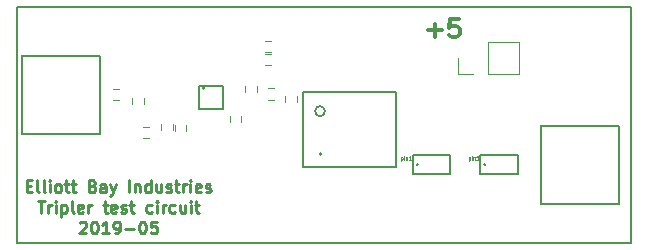
<source format=gto>
G04 #@! TF.GenerationSoftware,KiCad,Pcbnew,(5.0.1)-4*
G04 #@! TF.CreationDate,2019-05-20T12:59:15-07:00*
G04 #@! TF.ProjectId,Tripler_circuit,547269706C65725F636972637569742E,rev?*
G04 #@! TF.SameCoordinates,Original*
G04 #@! TF.FileFunction,Legend,Top*
G04 #@! TF.FilePolarity,Positive*
%FSLAX46Y46*%
G04 Gerber Fmt 4.6, Leading zero omitted, Abs format (unit mm)*
G04 Created by KiCad (PCBNEW (5.0.1)-4) date 5/20/2019 12:59:15 PM*
%MOMM*%
%LPD*%
G01*
G04 APERTURE LIST*
%ADD10C,0.300000*%
%ADD11C,0.250000*%
%ADD12C,0.200000*%
%ADD13C,0.120000*%
%ADD14C,0.150000*%
%ADD15C,0.050000*%
G04 APERTURE END LIST*
D10*
X134864285Y-84007142D02*
X136007142Y-84007142D01*
X135435714Y-84578571D02*
X135435714Y-83435714D01*
X137435714Y-83078571D02*
X136721428Y-83078571D01*
X136650000Y-83792857D01*
X136721428Y-83721428D01*
X136864285Y-83650000D01*
X137221428Y-83650000D01*
X137364285Y-83721428D01*
X137435714Y-83792857D01*
X137507142Y-83935714D01*
X137507142Y-84292857D01*
X137435714Y-84435714D01*
X137364285Y-84507142D01*
X137221428Y-84578571D01*
X136864285Y-84578571D01*
X136721428Y-84507142D01*
X136650000Y-84435714D01*
D11*
X100863095Y-97178571D02*
X101196428Y-97178571D01*
X101339285Y-97702380D02*
X100863095Y-97702380D01*
X100863095Y-96702380D01*
X101339285Y-96702380D01*
X101910714Y-97702380D02*
X101815476Y-97654761D01*
X101767857Y-97559523D01*
X101767857Y-96702380D01*
X102434523Y-97702380D02*
X102339285Y-97654761D01*
X102291666Y-97559523D01*
X102291666Y-96702380D01*
X102815476Y-97702380D02*
X102815476Y-97035714D01*
X102815476Y-96702380D02*
X102767857Y-96750000D01*
X102815476Y-96797619D01*
X102863095Y-96750000D01*
X102815476Y-96702380D01*
X102815476Y-96797619D01*
X103434523Y-97702380D02*
X103339285Y-97654761D01*
X103291666Y-97607142D01*
X103244047Y-97511904D01*
X103244047Y-97226190D01*
X103291666Y-97130952D01*
X103339285Y-97083333D01*
X103434523Y-97035714D01*
X103577380Y-97035714D01*
X103672619Y-97083333D01*
X103720238Y-97130952D01*
X103767857Y-97226190D01*
X103767857Y-97511904D01*
X103720238Y-97607142D01*
X103672619Y-97654761D01*
X103577380Y-97702380D01*
X103434523Y-97702380D01*
X104053571Y-97035714D02*
X104434523Y-97035714D01*
X104196428Y-96702380D02*
X104196428Y-97559523D01*
X104244047Y-97654761D01*
X104339285Y-97702380D01*
X104434523Y-97702380D01*
X104625000Y-97035714D02*
X105005952Y-97035714D01*
X104767857Y-96702380D02*
X104767857Y-97559523D01*
X104815476Y-97654761D01*
X104910714Y-97702380D01*
X105005952Y-97702380D01*
X106434523Y-97178571D02*
X106577380Y-97226190D01*
X106625000Y-97273809D01*
X106672619Y-97369047D01*
X106672619Y-97511904D01*
X106625000Y-97607142D01*
X106577380Y-97654761D01*
X106482142Y-97702380D01*
X106101190Y-97702380D01*
X106101190Y-96702380D01*
X106434523Y-96702380D01*
X106529761Y-96750000D01*
X106577380Y-96797619D01*
X106625000Y-96892857D01*
X106625000Y-96988095D01*
X106577380Y-97083333D01*
X106529761Y-97130952D01*
X106434523Y-97178571D01*
X106101190Y-97178571D01*
X107529761Y-97702380D02*
X107529761Y-97178571D01*
X107482142Y-97083333D01*
X107386904Y-97035714D01*
X107196428Y-97035714D01*
X107101190Y-97083333D01*
X107529761Y-97654761D02*
X107434523Y-97702380D01*
X107196428Y-97702380D01*
X107101190Y-97654761D01*
X107053571Y-97559523D01*
X107053571Y-97464285D01*
X107101190Y-97369047D01*
X107196428Y-97321428D01*
X107434523Y-97321428D01*
X107529761Y-97273809D01*
X107910714Y-97035714D02*
X108148809Y-97702380D01*
X108386904Y-97035714D02*
X108148809Y-97702380D01*
X108053571Y-97940476D01*
X108005952Y-97988095D01*
X107910714Y-98035714D01*
X109529761Y-97702380D02*
X109529761Y-96702380D01*
X110005952Y-97035714D02*
X110005952Y-97702380D01*
X110005952Y-97130952D02*
X110053571Y-97083333D01*
X110148809Y-97035714D01*
X110291666Y-97035714D01*
X110386904Y-97083333D01*
X110434523Y-97178571D01*
X110434523Y-97702380D01*
X111339285Y-97702380D02*
X111339285Y-96702380D01*
X111339285Y-97654761D02*
X111244047Y-97702380D01*
X111053571Y-97702380D01*
X110958333Y-97654761D01*
X110910714Y-97607142D01*
X110863095Y-97511904D01*
X110863095Y-97226190D01*
X110910714Y-97130952D01*
X110958333Y-97083333D01*
X111053571Y-97035714D01*
X111244047Y-97035714D01*
X111339285Y-97083333D01*
X112244047Y-97035714D02*
X112244047Y-97702380D01*
X111815476Y-97035714D02*
X111815476Y-97559523D01*
X111863095Y-97654761D01*
X111958333Y-97702380D01*
X112101190Y-97702380D01*
X112196428Y-97654761D01*
X112244047Y-97607142D01*
X112672619Y-97654761D02*
X112767857Y-97702380D01*
X112958333Y-97702380D01*
X113053571Y-97654761D01*
X113101190Y-97559523D01*
X113101190Y-97511904D01*
X113053571Y-97416666D01*
X112958333Y-97369047D01*
X112815476Y-97369047D01*
X112720238Y-97321428D01*
X112672619Y-97226190D01*
X112672619Y-97178571D01*
X112720238Y-97083333D01*
X112815476Y-97035714D01*
X112958333Y-97035714D01*
X113053571Y-97083333D01*
X113386904Y-97035714D02*
X113767857Y-97035714D01*
X113529761Y-96702380D02*
X113529761Y-97559523D01*
X113577380Y-97654761D01*
X113672619Y-97702380D01*
X113767857Y-97702380D01*
X114101190Y-97702380D02*
X114101190Y-97035714D01*
X114101190Y-97226190D02*
X114148809Y-97130952D01*
X114196428Y-97083333D01*
X114291666Y-97035714D01*
X114386904Y-97035714D01*
X114720238Y-97702380D02*
X114720238Y-97035714D01*
X114720238Y-96702380D02*
X114672619Y-96750000D01*
X114720238Y-96797619D01*
X114767857Y-96750000D01*
X114720238Y-96702380D01*
X114720238Y-96797619D01*
X115577380Y-97654761D02*
X115482142Y-97702380D01*
X115291666Y-97702380D01*
X115196428Y-97654761D01*
X115148809Y-97559523D01*
X115148809Y-97178571D01*
X115196428Y-97083333D01*
X115291666Y-97035714D01*
X115482142Y-97035714D01*
X115577380Y-97083333D01*
X115625000Y-97178571D01*
X115625000Y-97273809D01*
X115148809Y-97369047D01*
X116005952Y-97654761D02*
X116101190Y-97702380D01*
X116291666Y-97702380D01*
X116386904Y-97654761D01*
X116434523Y-97559523D01*
X116434523Y-97511904D01*
X116386904Y-97416666D01*
X116291666Y-97369047D01*
X116148809Y-97369047D01*
X116053571Y-97321428D01*
X116005952Y-97226190D01*
X116005952Y-97178571D01*
X116053571Y-97083333D01*
X116148809Y-97035714D01*
X116291666Y-97035714D01*
X116386904Y-97083333D01*
X101791666Y-98452380D02*
X102363095Y-98452380D01*
X102077380Y-99452380D02*
X102077380Y-98452380D01*
X102696428Y-99452380D02*
X102696428Y-98785714D01*
X102696428Y-98976190D02*
X102744047Y-98880952D01*
X102791666Y-98833333D01*
X102886904Y-98785714D01*
X102982142Y-98785714D01*
X103315476Y-99452380D02*
X103315476Y-98785714D01*
X103315476Y-98452380D02*
X103267857Y-98500000D01*
X103315476Y-98547619D01*
X103363095Y-98500000D01*
X103315476Y-98452380D01*
X103315476Y-98547619D01*
X103791666Y-98785714D02*
X103791666Y-99785714D01*
X103791666Y-98833333D02*
X103886904Y-98785714D01*
X104077380Y-98785714D01*
X104172619Y-98833333D01*
X104220238Y-98880952D01*
X104267857Y-98976190D01*
X104267857Y-99261904D01*
X104220238Y-99357142D01*
X104172619Y-99404761D01*
X104077380Y-99452380D01*
X103886904Y-99452380D01*
X103791666Y-99404761D01*
X104839285Y-99452380D02*
X104744047Y-99404761D01*
X104696428Y-99309523D01*
X104696428Y-98452380D01*
X105601190Y-99404761D02*
X105505952Y-99452380D01*
X105315476Y-99452380D01*
X105220238Y-99404761D01*
X105172619Y-99309523D01*
X105172619Y-98928571D01*
X105220238Y-98833333D01*
X105315476Y-98785714D01*
X105505952Y-98785714D01*
X105601190Y-98833333D01*
X105648809Y-98928571D01*
X105648809Y-99023809D01*
X105172619Y-99119047D01*
X106077380Y-99452380D02*
X106077380Y-98785714D01*
X106077380Y-98976190D02*
X106125000Y-98880952D01*
X106172619Y-98833333D01*
X106267857Y-98785714D01*
X106363095Y-98785714D01*
X107315476Y-98785714D02*
X107696428Y-98785714D01*
X107458333Y-98452380D02*
X107458333Y-99309523D01*
X107505952Y-99404761D01*
X107601190Y-99452380D01*
X107696428Y-99452380D01*
X108410714Y-99404761D02*
X108315476Y-99452380D01*
X108125000Y-99452380D01*
X108029761Y-99404761D01*
X107982142Y-99309523D01*
X107982142Y-98928571D01*
X108029761Y-98833333D01*
X108125000Y-98785714D01*
X108315476Y-98785714D01*
X108410714Y-98833333D01*
X108458333Y-98928571D01*
X108458333Y-99023809D01*
X107982142Y-99119047D01*
X108839285Y-99404761D02*
X108934523Y-99452380D01*
X109125000Y-99452380D01*
X109220238Y-99404761D01*
X109267857Y-99309523D01*
X109267857Y-99261904D01*
X109220238Y-99166666D01*
X109125000Y-99119047D01*
X108982142Y-99119047D01*
X108886904Y-99071428D01*
X108839285Y-98976190D01*
X108839285Y-98928571D01*
X108886904Y-98833333D01*
X108982142Y-98785714D01*
X109125000Y-98785714D01*
X109220238Y-98833333D01*
X109553571Y-98785714D02*
X109934523Y-98785714D01*
X109696428Y-98452380D02*
X109696428Y-99309523D01*
X109744047Y-99404761D01*
X109839285Y-99452380D01*
X109934523Y-99452380D01*
X111458333Y-99404761D02*
X111363095Y-99452380D01*
X111172619Y-99452380D01*
X111077380Y-99404761D01*
X111029761Y-99357142D01*
X110982142Y-99261904D01*
X110982142Y-98976190D01*
X111029761Y-98880952D01*
X111077380Y-98833333D01*
X111172619Y-98785714D01*
X111363095Y-98785714D01*
X111458333Y-98833333D01*
X111886904Y-99452380D02*
X111886904Y-98785714D01*
X111886904Y-98452380D02*
X111839285Y-98500000D01*
X111886904Y-98547619D01*
X111934523Y-98500000D01*
X111886904Y-98452380D01*
X111886904Y-98547619D01*
X112363095Y-99452380D02*
X112363095Y-98785714D01*
X112363095Y-98976190D02*
X112410714Y-98880952D01*
X112458333Y-98833333D01*
X112553571Y-98785714D01*
X112648809Y-98785714D01*
X113410714Y-99404761D02*
X113315476Y-99452380D01*
X113125000Y-99452380D01*
X113029761Y-99404761D01*
X112982142Y-99357142D01*
X112934523Y-99261904D01*
X112934523Y-98976190D01*
X112982142Y-98880952D01*
X113029761Y-98833333D01*
X113125000Y-98785714D01*
X113315476Y-98785714D01*
X113410714Y-98833333D01*
X114267857Y-98785714D02*
X114267857Y-99452380D01*
X113839285Y-98785714D02*
X113839285Y-99309523D01*
X113886904Y-99404761D01*
X113982142Y-99452380D01*
X114125000Y-99452380D01*
X114220238Y-99404761D01*
X114267857Y-99357142D01*
X114744047Y-99452380D02*
X114744047Y-98785714D01*
X114744047Y-98452380D02*
X114696428Y-98500000D01*
X114744047Y-98547619D01*
X114791666Y-98500000D01*
X114744047Y-98452380D01*
X114744047Y-98547619D01*
X115077380Y-98785714D02*
X115458333Y-98785714D01*
X115220238Y-98452380D02*
X115220238Y-99309523D01*
X115267857Y-99404761D01*
X115363095Y-99452380D01*
X115458333Y-99452380D01*
X105339285Y-100297619D02*
X105386904Y-100250000D01*
X105482142Y-100202380D01*
X105720238Y-100202380D01*
X105815476Y-100250000D01*
X105863095Y-100297619D01*
X105910714Y-100392857D01*
X105910714Y-100488095D01*
X105863095Y-100630952D01*
X105291666Y-101202380D01*
X105910714Y-101202380D01*
X106529761Y-100202380D02*
X106625000Y-100202380D01*
X106720238Y-100250000D01*
X106767857Y-100297619D01*
X106815476Y-100392857D01*
X106863095Y-100583333D01*
X106863095Y-100821428D01*
X106815476Y-101011904D01*
X106767857Y-101107142D01*
X106720238Y-101154761D01*
X106625000Y-101202380D01*
X106529761Y-101202380D01*
X106434523Y-101154761D01*
X106386904Y-101107142D01*
X106339285Y-101011904D01*
X106291666Y-100821428D01*
X106291666Y-100583333D01*
X106339285Y-100392857D01*
X106386904Y-100297619D01*
X106434523Y-100250000D01*
X106529761Y-100202380D01*
X107815476Y-101202380D02*
X107244047Y-101202380D01*
X107529761Y-101202380D02*
X107529761Y-100202380D01*
X107434523Y-100345238D01*
X107339285Y-100440476D01*
X107244047Y-100488095D01*
X108291666Y-101202380D02*
X108482142Y-101202380D01*
X108577380Y-101154761D01*
X108625000Y-101107142D01*
X108720238Y-100964285D01*
X108767857Y-100773809D01*
X108767857Y-100392857D01*
X108720238Y-100297619D01*
X108672619Y-100250000D01*
X108577380Y-100202380D01*
X108386904Y-100202380D01*
X108291666Y-100250000D01*
X108244047Y-100297619D01*
X108196428Y-100392857D01*
X108196428Y-100630952D01*
X108244047Y-100726190D01*
X108291666Y-100773809D01*
X108386904Y-100821428D01*
X108577380Y-100821428D01*
X108672619Y-100773809D01*
X108720238Y-100726190D01*
X108767857Y-100630952D01*
X109196428Y-100821428D02*
X109958333Y-100821428D01*
X110625000Y-100202380D02*
X110720238Y-100202380D01*
X110815476Y-100250000D01*
X110863095Y-100297619D01*
X110910714Y-100392857D01*
X110958333Y-100583333D01*
X110958333Y-100821428D01*
X110910714Y-101011904D01*
X110863095Y-101107142D01*
X110815476Y-101154761D01*
X110720238Y-101202380D01*
X110625000Y-101202380D01*
X110529761Y-101154761D01*
X110482142Y-101107142D01*
X110434523Y-101011904D01*
X110386904Y-100821428D01*
X110386904Y-100583333D01*
X110434523Y-100392857D01*
X110482142Y-100297619D01*
X110529761Y-100250000D01*
X110625000Y-100202380D01*
X111863095Y-100202380D02*
X111386904Y-100202380D01*
X111339285Y-100678571D01*
X111386904Y-100630952D01*
X111482142Y-100583333D01*
X111720238Y-100583333D01*
X111815476Y-100630952D01*
X111863095Y-100678571D01*
X111910714Y-100773809D01*
X111910714Y-101011904D01*
X111863095Y-101107142D01*
X111815476Y-101154761D01*
X111720238Y-101202380D01*
X111482142Y-101202380D01*
X111386904Y-101154761D01*
X111339285Y-101107142D01*
D12*
X152000000Y-82000000D02*
X100000000Y-82000000D01*
X152000000Y-102000000D02*
X152000000Y-82000000D01*
X100000000Y-102000000D02*
X152000000Y-102000000D01*
X100000000Y-82000000D02*
X100000000Y-102000000D01*
D13*
G04 #@! TO.C,J1*
X142554000Y-87690000D02*
X142554000Y-85030000D01*
X139954000Y-87690000D02*
X142554000Y-87690000D01*
X139954000Y-85030000D02*
X142554000Y-85030000D01*
X139954000Y-87690000D02*
X139954000Y-85030000D01*
X138684000Y-87690000D02*
X137354000Y-87690000D01*
X137354000Y-87690000D02*
X137354000Y-86360000D01*
D14*
G04 #@! TO.C,U2*
X115912195Y-88900000D02*
G75*
G03X115912195Y-88900000I-92195J0D01*
G01*
X117450000Y-88700000D02*
X115450000Y-88700000D01*
X117450000Y-90700000D02*
X117450000Y-88700000D01*
X115450000Y-90700000D02*
X117450000Y-90700000D01*
X115450000Y-88700000D02*
X115450000Y-90700000D01*
G04 #@! TO.C,CON1*
X100460000Y-86130000D02*
X100460000Y-92780000D01*
X100460000Y-92780000D02*
X107040000Y-92780000D01*
X107040000Y-92780000D02*
X107040000Y-86140000D01*
X107040000Y-86140000D02*
X100440000Y-86140000D01*
G04 #@! TO.C,CON2*
X150990000Y-92070000D02*
X144390000Y-92070000D01*
X150990000Y-98710000D02*
X150990000Y-92070000D01*
X144410000Y-98710000D02*
X150990000Y-98710000D01*
X144410000Y-92060000D02*
X144410000Y-98710000D01*
G04 #@! TO.C,U1*
X132160000Y-89215000D02*
X132160000Y-95565000D01*
X132160000Y-95565000D02*
X124290000Y-95565000D01*
X124290000Y-95565000D02*
X124290000Y-89215000D01*
X124290000Y-89215000D02*
X132160000Y-89215000D01*
X126103688Y-90850000D02*
G75*
G03X126103688Y-90850000I-418688J0D01*
G01*
X125821158Y-94460000D02*
G75*
G03X125821158Y-94460000I-76158J0D01*
G01*
G04 #@! TO.C,U3*
X133530000Y-94580000D02*
X133530000Y-96180000D01*
X133530000Y-96180000D02*
X136730000Y-96180000D01*
X136730000Y-96180000D02*
X136730000Y-94580000D01*
X136730000Y-94580000D02*
X133530000Y-94580000D01*
X133992111Y-95390000D02*
G75*
G03X133992111Y-95390000I-72111J0D01*
G01*
G04 #@! TO.C,U5*
X139712111Y-95380000D02*
G75*
G03X139712111Y-95380000I-72111J0D01*
G01*
X142450000Y-94570000D02*
X139250000Y-94570000D01*
X142450000Y-96170000D02*
X142450000Y-94570000D01*
X139250000Y-96170000D02*
X142450000Y-96170000D01*
X139250000Y-94570000D02*
X139250000Y-96170000D01*
D13*
G04 #@! TO.C,R2*
X119320000Y-88700000D02*
X119320000Y-89200000D01*
X120380000Y-89200000D02*
X120380000Y-88700000D01*
G04 #@! TO.C,R3*
X123780000Y-90100000D02*
X123780000Y-89600000D01*
X122720000Y-89600000D02*
X122720000Y-90100000D01*
G04 #@! TO.C,C1*
X108175000Y-89920000D02*
X108675000Y-89920000D01*
X108675000Y-88980000D02*
X108175000Y-88980000D01*
G04 #@! TO.C,C2*
X110745000Y-90225000D02*
X110745000Y-89725000D01*
X109805000Y-89725000D02*
X109805000Y-90225000D01*
G04 #@! TO.C,C3*
X114370000Y-92500000D02*
X114370000Y-92000000D01*
X113430000Y-92000000D02*
X113430000Y-92500000D01*
G04 #@! TO.C,C4*
X118995000Y-91775000D02*
X118995000Y-91275000D01*
X118055000Y-91275000D02*
X118055000Y-91775000D01*
G04 #@! TO.C,C5*
X110700000Y-93145000D02*
X111200000Y-93145000D01*
X111200000Y-92205000D02*
X110700000Y-92205000D01*
G04 #@! TO.C,C6*
X121550000Y-86005000D02*
X121050000Y-86005000D01*
X121050000Y-86945000D02*
X121550000Y-86945000D01*
G04 #@! TO.C,C7*
X121050000Y-85870000D02*
X121550000Y-85870000D01*
X121550000Y-84930000D02*
X121050000Y-84930000D01*
G04 #@! TO.C,C8*
X121800000Y-88930000D02*
X121300000Y-88930000D01*
X121300000Y-89870000D02*
X121800000Y-89870000D01*
G04 #@! TO.C,R1*
X112195000Y-91975000D02*
X112195000Y-92475000D01*
X113255000Y-92475000D02*
X113255000Y-91975000D01*
G04 #@! TD*
G04 #@! TO.C,U3*
D15*
X132545714Y-94755714D02*
X132545714Y-95055714D01*
X132545714Y-94770000D02*
X132574285Y-94755714D01*
X132631428Y-94755714D01*
X132660000Y-94770000D01*
X132674285Y-94784285D01*
X132688571Y-94812857D01*
X132688571Y-94898571D01*
X132674285Y-94927142D01*
X132660000Y-94941428D01*
X132631428Y-94955714D01*
X132574285Y-94955714D01*
X132545714Y-94941428D01*
X132817142Y-94955714D02*
X132817142Y-94755714D01*
X132817142Y-94655714D02*
X132802857Y-94670000D01*
X132817142Y-94684285D01*
X132831428Y-94670000D01*
X132817142Y-94655714D01*
X132817142Y-94684285D01*
X132960000Y-94755714D02*
X132960000Y-94955714D01*
X132960000Y-94784285D02*
X132974285Y-94770000D01*
X133002857Y-94755714D01*
X133045714Y-94755714D01*
X133074285Y-94770000D01*
X133088571Y-94798571D01*
X133088571Y-94955714D01*
X133388571Y-94955714D02*
X133217142Y-94955714D01*
X133302857Y-94955714D02*
X133302857Y-94655714D01*
X133274285Y-94698571D01*
X133245714Y-94727142D01*
X133217142Y-94741428D01*
G04 #@! TO.C,U5*
X138265714Y-94745714D02*
X138265714Y-95045714D01*
X138265714Y-94760000D02*
X138294285Y-94745714D01*
X138351428Y-94745714D01*
X138380000Y-94760000D01*
X138394285Y-94774285D01*
X138408571Y-94802857D01*
X138408571Y-94888571D01*
X138394285Y-94917142D01*
X138380000Y-94931428D01*
X138351428Y-94945714D01*
X138294285Y-94945714D01*
X138265714Y-94931428D01*
X138537142Y-94945714D02*
X138537142Y-94745714D01*
X138537142Y-94645714D02*
X138522857Y-94660000D01*
X138537142Y-94674285D01*
X138551428Y-94660000D01*
X138537142Y-94645714D01*
X138537142Y-94674285D01*
X138680000Y-94745714D02*
X138680000Y-94945714D01*
X138680000Y-94774285D02*
X138694285Y-94760000D01*
X138722857Y-94745714D01*
X138765714Y-94745714D01*
X138794285Y-94760000D01*
X138808571Y-94788571D01*
X138808571Y-94945714D01*
X139108571Y-94945714D02*
X138937142Y-94945714D01*
X139022857Y-94945714D02*
X139022857Y-94645714D01*
X138994285Y-94688571D01*
X138965714Y-94717142D01*
X138937142Y-94731428D01*
G04 #@! TD*
M02*

</source>
